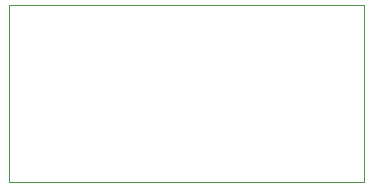
<source format=gm1>
G04 #@! TF.GenerationSoftware,KiCad,Pcbnew,(6.0.4)*
G04 #@! TF.CreationDate,2022-05-06T11:38:26-05:00*
G04 #@! TF.ProjectId,12v_buck_converter,3132765f-6275-4636-9b5f-636f6e766572,rev?*
G04 #@! TF.SameCoordinates,Original*
G04 #@! TF.FileFunction,Profile,NP*
%FSLAX46Y46*%
G04 Gerber Fmt 4.6, Leading zero omitted, Abs format (unit mm)*
G04 Created by KiCad (PCBNEW (6.0.4)) date 2022-05-06 11:38:26*
%MOMM*%
%LPD*%
G01*
G04 APERTURE LIST*
G04 #@! TA.AperFunction,Profile*
%ADD10C,0.100000*%
G04 #@! TD*
G04 APERTURE END LIST*
D10*
X50000000Y-100000000D02*
X80000000Y-100000000D01*
X80000000Y-100000000D02*
X80000000Y-115000000D01*
X80000000Y-115000000D02*
X50000000Y-115000000D01*
X50000000Y-115000000D02*
X50000000Y-100000000D01*
M02*

</source>
